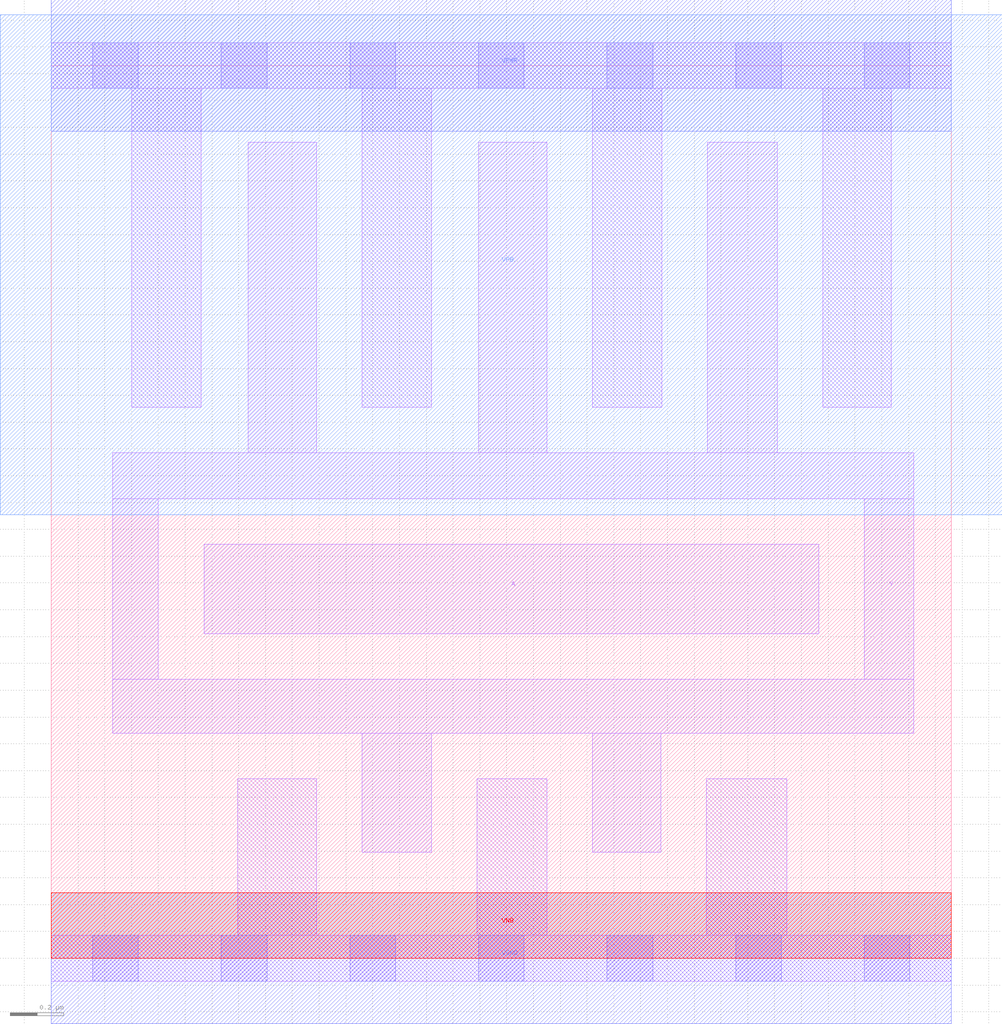
<source format=lef>
# Copyright 2020 The SkyWater PDK Authors
#
# Licensed under the Apache License, Version 2.0 (the "License");
# you may not use this file except in compliance with the License.
# You may obtain a copy of the License at
#
#     https://www.apache.org/licenses/LICENSE-2.0
#
# Unless required by applicable law or agreed to in writing, software
# distributed under the License is distributed on an "AS IS" BASIS,
# WITHOUT WARRANTIES OR CONDITIONS OF ANY KIND, either express or implied.
# See the License for the specific language governing permissions and
# limitations under the License.
#
# SPDX-License-Identifier: Apache-2.0

VERSION 5.7 ;
  NOWIREEXTENSIONATPIN ON ;
  DIVIDERCHAR "/" ;
  BUSBITCHARS "[]" ;
MACRO sky130_fd_sc_lp__clkinv_4
  CLASS CORE ;
  FOREIGN sky130_fd_sc_lp__clkinv_4 ;
  ORIGIN  0.000000  0.000000 ;
  SIZE  3.360000 BY  3.330000 ;
  SYMMETRY X Y R90 ;
  SITE unit ;
  PIN A
    ANTENNAGATEAREA  1.386000 ;
    DIRECTION INPUT ;
    USE SIGNAL ;
    PORT
      LAYER li1 ;
        RECT 0.570000 1.210000 2.865000 1.545000 ;
    END
  END A
  PIN Y
    ANTENNADIFFAREA  1.293600 ;
    DIRECTION OUTPUT ;
    USE SIGNAL ;
    PORT
      LAYER li1 ;
        RECT 0.230000 0.840000 3.220000 1.040000 ;
        RECT 0.230000 1.040000 0.400000 1.715000 ;
        RECT 0.230000 1.715000 3.220000 1.885000 ;
        RECT 0.735000 1.885000 0.990000 3.045000 ;
        RECT 1.160000 0.395000 1.420000 0.840000 ;
        RECT 1.595000 1.885000 1.850000 3.045000 ;
        RECT 2.020000 0.395000 2.275000 0.840000 ;
        RECT 2.450000 1.885000 2.710000 3.045000 ;
        RECT 3.035000 1.040000 3.220000 1.715000 ;
    END
  END Y
  PIN VGND
    DIRECTION INOUT ;
    USE GROUND ;
    PORT
      LAYER met1 ;
        RECT 0.000000 -0.245000 3.360000 0.245000 ;
    END
  END VGND
  PIN VNB
    DIRECTION INOUT ;
    USE GROUND ;
    PORT
      LAYER pwell ;
        RECT 0.000000 0.000000 3.360000 0.245000 ;
    END
  END VNB
  PIN VPB
    DIRECTION INOUT ;
    USE POWER ;
    PORT
      LAYER nwell ;
        RECT -0.190000 1.655000 3.550000 3.520000 ;
    END
  END VPB
  PIN VPWR
    DIRECTION INOUT ;
    USE POWER ;
    PORT
      LAYER met1 ;
        RECT 0.000000 3.085000 3.360000 3.575000 ;
    END
  END VPWR
  OBS
    LAYER li1 ;
      RECT 0.000000 -0.085000 3.360000 0.085000 ;
      RECT 0.000000  3.245000 3.360000 3.415000 ;
      RECT 0.300000  2.055000 0.560000 3.245000 ;
      RECT 0.695000  0.085000 0.990000 0.670000 ;
      RECT 1.160000  2.055000 1.420000 3.245000 ;
      RECT 1.590000  0.085000 1.850000 0.670000 ;
      RECT 2.020000  2.055000 2.280000 3.245000 ;
      RECT 2.445000  0.085000 2.745000 0.670000 ;
      RECT 2.880000  2.055000 3.135000 3.245000 ;
    LAYER mcon ;
      RECT 0.155000 -0.085000 0.325000 0.085000 ;
      RECT 0.155000  3.245000 0.325000 3.415000 ;
      RECT 0.635000 -0.085000 0.805000 0.085000 ;
      RECT 0.635000  3.245000 0.805000 3.415000 ;
      RECT 1.115000 -0.085000 1.285000 0.085000 ;
      RECT 1.115000  3.245000 1.285000 3.415000 ;
      RECT 1.595000 -0.085000 1.765000 0.085000 ;
      RECT 1.595000  3.245000 1.765000 3.415000 ;
      RECT 2.075000 -0.085000 2.245000 0.085000 ;
      RECT 2.075000  3.245000 2.245000 3.415000 ;
      RECT 2.555000 -0.085000 2.725000 0.085000 ;
      RECT 2.555000  3.245000 2.725000 3.415000 ;
      RECT 3.035000 -0.085000 3.205000 0.085000 ;
      RECT 3.035000  3.245000 3.205000 3.415000 ;
  END
END sky130_fd_sc_lp__clkinv_4
END LIBRARY

</source>
